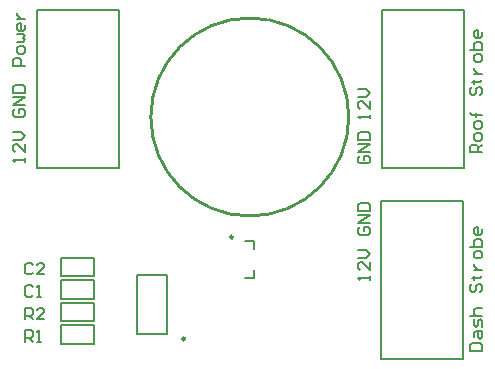
<source format=gto>
G04 Layer_Color=65535*
%FSLAX44Y44*%
%MOMM*%
G71*
G01*
G75*
%ADD19C,0.2500*%
%ADD20C,0.2540*%
%ADD21C,0.2000*%
%ADD22C,0.1270*%
D19*
X201800Y101550D02*
G03*
X201800Y101550I-1250J0D01*
G01*
D20*
X161120Y15450D02*
G03*
X161120Y15450I-1270J0D01*
G01*
X299720Y203200D02*
G03*
X299720Y203200I-83820J0D01*
G01*
D21*
X212050Y98050D02*
X219550D01*
Y67050D02*
Y74050D01*
X212050Y67050D02*
X219550D01*
Y91050D02*
Y98050D01*
X326950Y-1730D02*
X396450D01*
Y131770D01*
X326950D02*
X396450D01*
X326950Y-1730D02*
Y131770D01*
X396950Y160330D02*
Y293830D01*
X327450Y160330D02*
X396950D01*
X327450D02*
Y293830D01*
X396950D01*
X104850Y160330D02*
Y293830D01*
X35350Y160330D02*
X104850D01*
X35350D02*
Y293830D01*
X104850D01*
X55850Y84200D02*
X83850D01*
Y68200D02*
Y84200D01*
X55850Y68200D02*
X83850D01*
X55850D02*
Y84200D01*
Y46100D02*
X83850D01*
Y30100D02*
Y46100D01*
X55850Y30100D02*
X83850D01*
X55850D02*
Y46100D01*
Y11050D02*
X83850D01*
X55850D02*
Y27050D01*
X83850D01*
Y11050D02*
Y27050D01*
X55850Y65150D02*
X83850D01*
Y49150D02*
Y65150D01*
X55850Y49150D02*
X83850D01*
X55850D02*
Y65150D01*
X317500Y65380D02*
Y68712D01*
Y67046D01*
X307503D01*
X309169Y65380D01*
X317500Y80375D02*
Y73711D01*
X310835Y80375D01*
X309169D01*
X307503Y78709D01*
Y75377D01*
X309169Y73711D01*
X307503Y83707D02*
X314168D01*
X317500Y87040D01*
X314168Y90372D01*
X307503D01*
X309169Y110145D02*
X307503Y108478D01*
Y105146D01*
X309169Y103480D01*
X315834D01*
X317500Y105146D01*
Y108478D01*
X315834Y110145D01*
X312502D01*
Y106812D01*
X317500Y113477D02*
X307503D01*
X317500Y120141D01*
X307503D01*
Y123474D02*
X317500D01*
Y128472D01*
X315834Y130138D01*
X309169D01*
X307503Y128472D01*
Y123474D01*
X402753Y5080D02*
X412750D01*
Y10078D01*
X411084Y11745D01*
X404419D01*
X402753Y10078D01*
Y5080D01*
X406086Y16743D02*
Y20075D01*
X407752Y21741D01*
X412750D01*
Y16743D01*
X411084Y15077D01*
X409418Y16743D01*
Y21741D01*
X412750Y25074D02*
Y30072D01*
X411084Y31738D01*
X409418Y30072D01*
Y26740D01*
X407752Y25074D01*
X406086Y26740D01*
Y31738D01*
X402753Y35070D02*
X412750D01*
X407752D01*
X406086Y36737D01*
Y40069D01*
X407752Y41735D01*
X412750D01*
X404419Y61728D02*
X402753Y60062D01*
Y56730D01*
X404419Y55064D01*
X406086D01*
X407752Y56730D01*
Y60062D01*
X409418Y61728D01*
X411084D01*
X412750Y60062D01*
Y56730D01*
X411084Y55064D01*
X404419Y66727D02*
X406086D01*
Y65061D01*
Y68393D01*
Y66727D01*
X411084D01*
X412750Y68393D01*
X406086Y73391D02*
X412750D01*
X409418D01*
X407752Y75058D01*
X406086Y76724D01*
Y78390D01*
X412750Y85054D02*
Y88386D01*
X411084Y90053D01*
X407752D01*
X406086Y88386D01*
Y85054D01*
X407752Y83388D01*
X411084D01*
X412750Y85054D01*
X402753Y93385D02*
X412750D01*
Y98383D01*
X411084Y100049D01*
X409418D01*
X407752D01*
X406086Y98383D01*
Y93385D01*
X412750Y108380D02*
Y105048D01*
X411084Y103382D01*
X407752D01*
X406086Y105048D01*
Y108380D01*
X407752Y110046D01*
X409418D01*
Y103382D01*
X32064Y78181D02*
X30398Y79847D01*
X27066D01*
X25400Y78181D01*
Y71516D01*
X27066Y69850D01*
X30398D01*
X32064Y71516D01*
X42061Y69850D02*
X35397D01*
X42061Y76515D01*
Y78181D01*
X40395Y79847D01*
X37063D01*
X35397Y78181D01*
X25400Y12700D02*
Y22697D01*
X30398D01*
X32064Y21031D01*
Y17698D01*
X30398Y16032D01*
X25400D01*
X28732D02*
X32064Y12700D01*
X35397D02*
X38729D01*
X37063D01*
Y22697D01*
X35397Y21031D01*
X25400Y31750D02*
Y41747D01*
X30398D01*
X32064Y40081D01*
Y36748D01*
X30398Y35082D01*
X25400D01*
X28732D02*
X32064Y31750D01*
X42061D02*
X35397D01*
X42061Y38414D01*
Y40081D01*
X40395Y41747D01*
X37063D01*
X35397Y40081D01*
X32064Y59131D02*
X30398Y60797D01*
X27066D01*
X25400Y59131D01*
Y52466D01*
X27066Y50800D01*
X30398D01*
X32064Y52466D01*
X35397Y50800D02*
X38729D01*
X37063D01*
Y60797D01*
X35397Y59131D01*
X25400Y246380D02*
X15403D01*
Y251378D01*
X17069Y253044D01*
X20402D01*
X22068Y251378D01*
Y246380D01*
X25400Y258043D02*
Y261375D01*
X23734Y263041D01*
X20402D01*
X18736Y261375D01*
Y258043D01*
X20402Y256377D01*
X23734D01*
X25400Y258043D01*
X18736Y266374D02*
X23734D01*
X25400Y268040D01*
X23734Y269706D01*
X25400Y271372D01*
X23734Y273038D01*
X18736D01*
X25400Y281369D02*
Y278036D01*
X23734Y276370D01*
X20402D01*
X18736Y278036D01*
Y281369D01*
X20402Y283035D01*
X22068D01*
Y276370D01*
X18736Y286367D02*
X25400D01*
X22068D01*
X20402Y288033D01*
X18736Y289699D01*
Y291366D01*
X412750Y173228D02*
X402753D01*
Y178226D01*
X404419Y179893D01*
X407752D01*
X409418Y178226D01*
Y173228D01*
Y176560D02*
X412750Y179893D01*
Y184891D02*
Y188223D01*
X411084Y189889D01*
X407752D01*
X406086Y188223D01*
Y184891D01*
X407752Y183225D01*
X411084D01*
X412750Y184891D01*
Y194888D02*
Y198220D01*
X411084Y199886D01*
X407752D01*
X406086Y198220D01*
Y194888D01*
X407752Y193222D01*
X411084D01*
X412750Y194888D01*
Y204884D02*
X404419D01*
X407752D01*
Y203218D01*
Y206551D01*
Y204884D01*
X404419D01*
X402753Y206551D01*
X404419Y228210D02*
X402753Y226544D01*
Y223212D01*
X404419Y221546D01*
X406086D01*
X407752Y223212D01*
Y226544D01*
X409418Y228210D01*
X411084D01*
X412750Y226544D01*
Y223212D01*
X411084Y221546D01*
X404419Y233209D02*
X406086D01*
Y231542D01*
Y234875D01*
Y233209D01*
X411084D01*
X412750Y234875D01*
X406086Y239873D02*
X412750D01*
X409418D01*
X407752Y241539D01*
X406086Y243205D01*
Y244872D01*
X412750Y251536D02*
Y254868D01*
X411084Y256535D01*
X407752D01*
X406086Y254868D01*
Y251536D01*
X407752Y249870D01*
X411084D01*
X412750Y251536D01*
X402753Y259867D02*
X412750D01*
Y264865D01*
X411084Y266531D01*
X409418D01*
X407752D01*
X406086Y264865D01*
Y259867D01*
X412750Y274862D02*
Y271530D01*
X411084Y269863D01*
X407752D01*
X406086Y271530D01*
Y274862D01*
X407752Y276528D01*
X409418D01*
Y269863D01*
X309169Y170494D02*
X307503Y168828D01*
Y165496D01*
X309169Y163830D01*
X315834D01*
X317500Y165496D01*
Y168828D01*
X315834Y170494D01*
X312502D01*
Y167162D01*
X317500Y173827D02*
X307503D01*
X317500Y180491D01*
X307503D01*
Y183824D02*
X317500D01*
Y188822D01*
X315834Y190488D01*
X309169D01*
X307503Y188822D01*
Y183824D01*
X17069Y209865D02*
X15403Y208198D01*
Y204866D01*
X17069Y203200D01*
X23734D01*
X25400Y204866D01*
Y208198D01*
X23734Y209865D01*
X20402D01*
Y206532D01*
X25400Y213197D02*
X15403D01*
X25400Y219861D01*
X15403D01*
Y223194D02*
X25400D01*
Y228192D01*
X23734Y229858D01*
X17069D01*
X15403Y228192D01*
Y223194D01*
X25400Y165410D02*
Y168742D01*
Y167076D01*
X15403D01*
X17069Y165410D01*
X25400Y180405D02*
Y173741D01*
X18736Y180405D01*
X17069D01*
X15403Y178739D01*
Y175407D01*
X17069Y173741D01*
X15403Y183737D02*
X22068D01*
X25400Y187070D01*
X22068Y190402D01*
X15403D01*
X317500Y201930D02*
Y205262D01*
Y203596D01*
X307503D01*
X309169Y201930D01*
X317500Y216925D02*
Y210261D01*
X310835Y216925D01*
X309169D01*
X307503Y215259D01*
Y211927D01*
X309169Y210261D01*
X307503Y220257D02*
X314168D01*
X317500Y223590D01*
X314168Y226922D01*
X307503D01*
D22*
X120650Y69450D02*
X146050D01*
X120650Y19450D02*
X146050D01*
Y69450D01*
X120650Y19450D02*
Y69450D01*
M02*

</source>
